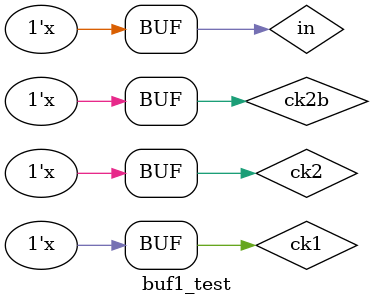
<source format=v>
module buf1_test;

reg in,ck1,ck2,ck2b;
wire b_out;

d_buf k1(in,ck1,ck2,ck2b,b_out);

initial 
begin 
ck1=1;
ck2=0; 
ck2b=1; 
in=0; 
end

always 
begin
#10 ck1=~ck1;
end

always 
begin
#20 ck2b=~ck2b;
    ck2=~ck2;	
end

always 
begin
#50 in=~in;
end

endmodule     
</source>
